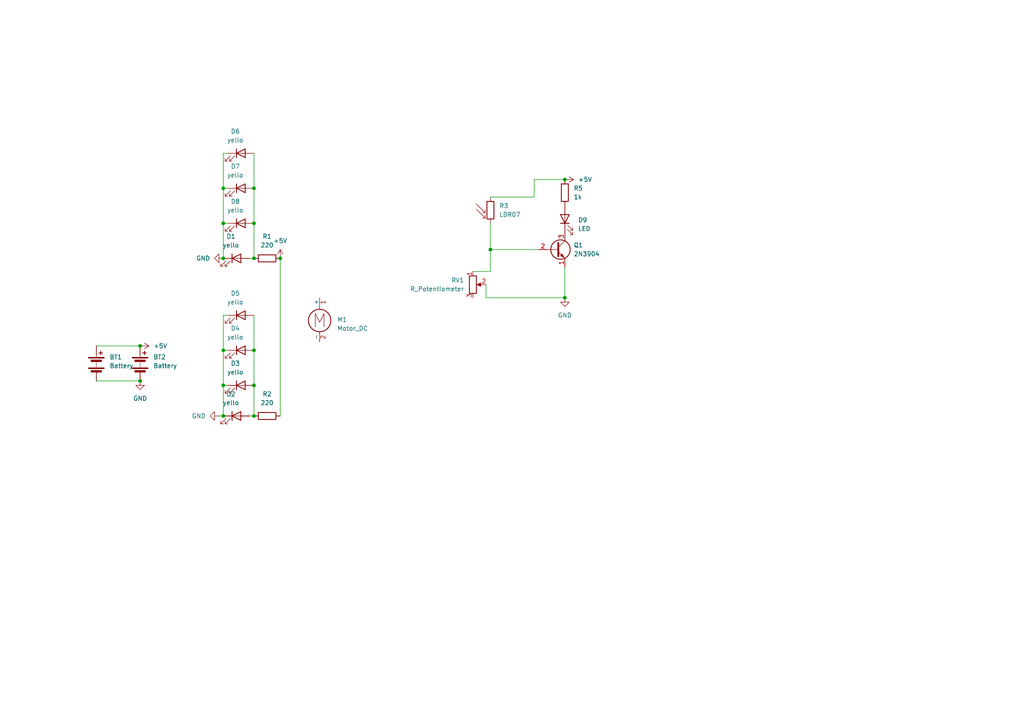
<source format=kicad_sch>
(kicad_sch
	(version 20250114)
	(generator "eeschema")
	(generator_version "9.0")
	(uuid "9803b34c-c492-49ae-98d0-2e4016f72ccd")
	(paper "A4")
	(lib_symbols
		(symbol "Device:Battery"
			(pin_numbers
				(hide yes)
			)
			(pin_names
				(offset 0)
				(hide yes)
			)
			(exclude_from_sim no)
			(in_bom yes)
			(on_board yes)
			(property "Reference" "BT"
				(at 2.54 2.54 0)
				(effects
					(font
						(size 1.27 1.27)
					)
					(justify left)
				)
			)
			(property "Value" "Battery"
				(at 2.54 0 0)
				(effects
					(font
						(size 1.27 1.27)
					)
					(justify left)
				)
			)
			(property "Footprint" ""
				(at 0 1.524 90)
				(effects
					(font
						(size 1.27 1.27)
					)
					(hide yes)
				)
			)
			(property "Datasheet" "~"
				(at 0 1.524 90)
				(effects
					(font
						(size 1.27 1.27)
					)
					(hide yes)
				)
			)
			(property "Description" "Multiple-cell battery"
				(at 0 0 0)
				(effects
					(font
						(size 1.27 1.27)
					)
					(hide yes)
				)
			)
			(property "ki_keywords" "batt voltage-source cell"
				(at 0 0 0)
				(effects
					(font
						(size 1.27 1.27)
					)
					(hide yes)
				)
			)
			(symbol "Battery_0_1"
				(rectangle
					(start -2.286 1.778)
					(end 2.286 1.524)
					(stroke
						(width 0)
						(type default)
					)
					(fill
						(type outline)
					)
				)
				(rectangle
					(start -2.286 -1.27)
					(end 2.286 -1.524)
					(stroke
						(width 0)
						(type default)
					)
					(fill
						(type outline)
					)
				)
				(rectangle
					(start -1.524 1.016)
					(end 1.524 0.508)
					(stroke
						(width 0)
						(type default)
					)
					(fill
						(type outline)
					)
				)
				(rectangle
					(start -1.524 -2.032)
					(end 1.524 -2.54)
					(stroke
						(width 0)
						(type default)
					)
					(fill
						(type outline)
					)
				)
				(polyline
					(pts
						(xy 0 1.778) (xy 0 2.54)
					)
					(stroke
						(width 0)
						(type default)
					)
					(fill
						(type none)
					)
				)
				(polyline
					(pts
						(xy 0 0) (xy 0 0.254)
					)
					(stroke
						(width 0)
						(type default)
					)
					(fill
						(type none)
					)
				)
				(polyline
					(pts
						(xy 0 -0.508) (xy 0 -0.254)
					)
					(stroke
						(width 0)
						(type default)
					)
					(fill
						(type none)
					)
				)
				(polyline
					(pts
						(xy 0 -1.016) (xy 0 -0.762)
					)
					(stroke
						(width 0)
						(type default)
					)
					(fill
						(type none)
					)
				)
				(polyline
					(pts
						(xy 0.762 3.048) (xy 1.778 3.048)
					)
					(stroke
						(width 0.254)
						(type default)
					)
					(fill
						(type none)
					)
				)
				(polyline
					(pts
						(xy 1.27 3.556) (xy 1.27 2.54)
					)
					(stroke
						(width 0.254)
						(type default)
					)
					(fill
						(type none)
					)
				)
			)
			(symbol "Battery_1_1"
				(pin passive line
					(at 0 5.08 270)
					(length 2.54)
					(name "+"
						(effects
							(font
								(size 1.27 1.27)
							)
						)
					)
					(number "1"
						(effects
							(font
								(size 1.27 1.27)
							)
						)
					)
				)
				(pin passive line
					(at 0 -5.08 90)
					(length 2.54)
					(name "-"
						(effects
							(font
								(size 1.27 1.27)
							)
						)
					)
					(number "2"
						(effects
							(font
								(size 1.27 1.27)
							)
						)
					)
				)
			)
			(embedded_fonts no)
		)
		(symbol "Device:LED"
			(pin_numbers
				(hide yes)
			)
			(pin_names
				(offset 1.016)
				(hide yes)
			)
			(exclude_from_sim no)
			(in_bom yes)
			(on_board yes)
			(property "Reference" "D"
				(at 0 2.54 0)
				(effects
					(font
						(size 1.27 1.27)
					)
				)
			)
			(property "Value" "LED"
				(at 0 -2.54 0)
				(effects
					(font
						(size 1.27 1.27)
					)
				)
			)
			(property "Footprint" ""
				(at 0 0 0)
				(effects
					(font
						(size 1.27 1.27)
					)
					(hide yes)
				)
			)
			(property "Datasheet" "~"
				(at 0 0 0)
				(effects
					(font
						(size 1.27 1.27)
					)
					(hide yes)
				)
			)
			(property "Description" "Light emitting diode"
				(at 0 0 0)
				(effects
					(font
						(size 1.27 1.27)
					)
					(hide yes)
				)
			)
			(property "Sim.Pins" "1=K 2=A"
				(at 0 0 0)
				(effects
					(font
						(size 1.27 1.27)
					)
					(hide yes)
				)
			)
			(property "ki_keywords" "LED diode"
				(at 0 0 0)
				(effects
					(font
						(size 1.27 1.27)
					)
					(hide yes)
				)
			)
			(property "ki_fp_filters" "LED* LED_SMD:* LED_THT:*"
				(at 0 0 0)
				(effects
					(font
						(size 1.27 1.27)
					)
					(hide yes)
				)
			)
			(symbol "LED_0_1"
				(polyline
					(pts
						(xy -3.048 -0.762) (xy -4.572 -2.286) (xy -3.81 -2.286) (xy -4.572 -2.286) (xy -4.572 -1.524)
					)
					(stroke
						(width 0)
						(type default)
					)
					(fill
						(type none)
					)
				)
				(polyline
					(pts
						(xy -1.778 -0.762) (xy -3.302 -2.286) (xy -2.54 -2.286) (xy -3.302 -2.286) (xy -3.302 -1.524)
					)
					(stroke
						(width 0)
						(type default)
					)
					(fill
						(type none)
					)
				)
				(polyline
					(pts
						(xy -1.27 0) (xy 1.27 0)
					)
					(stroke
						(width 0)
						(type default)
					)
					(fill
						(type none)
					)
				)
				(polyline
					(pts
						(xy -1.27 -1.27) (xy -1.27 1.27)
					)
					(stroke
						(width 0.254)
						(type default)
					)
					(fill
						(type none)
					)
				)
				(polyline
					(pts
						(xy 1.27 -1.27) (xy 1.27 1.27) (xy -1.27 0) (xy 1.27 -1.27)
					)
					(stroke
						(width 0.254)
						(type default)
					)
					(fill
						(type none)
					)
				)
			)
			(symbol "LED_1_1"
				(pin passive line
					(at -3.81 0 0)
					(length 2.54)
					(name "K"
						(effects
							(font
								(size 1.27 1.27)
							)
						)
					)
					(number "1"
						(effects
							(font
								(size 1.27 1.27)
							)
						)
					)
				)
				(pin passive line
					(at 3.81 0 180)
					(length 2.54)
					(name "A"
						(effects
							(font
								(size 1.27 1.27)
							)
						)
					)
					(number "2"
						(effects
							(font
								(size 1.27 1.27)
							)
						)
					)
				)
			)
			(embedded_fonts no)
		)
		(symbol "Device:R"
			(pin_numbers
				(hide yes)
			)
			(pin_names
				(offset 0)
			)
			(exclude_from_sim no)
			(in_bom yes)
			(on_board yes)
			(property "Reference" "R"
				(at 2.032 0 90)
				(effects
					(font
						(size 1.27 1.27)
					)
				)
			)
			(property "Value" "R"
				(at 0 0 90)
				(effects
					(font
						(size 1.27 1.27)
					)
				)
			)
			(property "Footprint" ""
				(at -1.778 0 90)
				(effects
					(font
						(size 1.27 1.27)
					)
					(hide yes)
				)
			)
			(property "Datasheet" "~"
				(at 0 0 0)
				(effects
					(font
						(size 1.27 1.27)
					)
					(hide yes)
				)
			)
			(property "Description" "Resistor"
				(at 0 0 0)
				(effects
					(font
						(size 1.27 1.27)
					)
					(hide yes)
				)
			)
			(property "ki_keywords" "R res resistor"
				(at 0 0 0)
				(effects
					(font
						(size 1.27 1.27)
					)
					(hide yes)
				)
			)
			(property "ki_fp_filters" "R_*"
				(at 0 0 0)
				(effects
					(font
						(size 1.27 1.27)
					)
					(hide yes)
				)
			)
			(symbol "R_0_1"
				(rectangle
					(start -1.016 -2.54)
					(end 1.016 2.54)
					(stroke
						(width 0.254)
						(type default)
					)
					(fill
						(type none)
					)
				)
			)
			(symbol "R_1_1"
				(pin passive line
					(at 0 3.81 270)
					(length 1.27)
					(name "~"
						(effects
							(font
								(size 1.27 1.27)
							)
						)
					)
					(number "1"
						(effects
							(font
								(size 1.27 1.27)
							)
						)
					)
				)
				(pin passive line
					(at 0 -3.81 90)
					(length 1.27)
					(name "~"
						(effects
							(font
								(size 1.27 1.27)
							)
						)
					)
					(number "2"
						(effects
							(font
								(size 1.27 1.27)
							)
						)
					)
				)
			)
			(embedded_fonts no)
		)
		(symbol "Device:R_Potentiometer"
			(pin_names
				(offset 1.016)
				(hide yes)
			)
			(exclude_from_sim no)
			(in_bom yes)
			(on_board yes)
			(property "Reference" "RV"
				(at -4.445 0 90)
				(effects
					(font
						(size 1.27 1.27)
					)
				)
			)
			(property "Value" "R_Potentiometer"
				(at -2.54 0 90)
				(effects
					(font
						(size 1.27 1.27)
					)
				)
			)
			(property "Footprint" ""
				(at 0 0 0)
				(effects
					(font
						(size 1.27 1.27)
					)
					(hide yes)
				)
			)
			(property "Datasheet" "~"
				(at 0 0 0)
				(effects
					(font
						(size 1.27 1.27)
					)
					(hide yes)
				)
			)
			(property "Description" "Potentiometer"
				(at 0 0 0)
				(effects
					(font
						(size 1.27 1.27)
					)
					(hide yes)
				)
			)
			(property "ki_keywords" "resistor variable"
				(at 0 0 0)
				(effects
					(font
						(size 1.27 1.27)
					)
					(hide yes)
				)
			)
			(property "ki_fp_filters" "Potentiometer*"
				(at 0 0 0)
				(effects
					(font
						(size 1.27 1.27)
					)
					(hide yes)
				)
			)
			(symbol "R_Potentiometer_0_1"
				(rectangle
					(start 1.016 2.54)
					(end -1.016 -2.54)
					(stroke
						(width 0.254)
						(type default)
					)
					(fill
						(type none)
					)
				)
				(polyline
					(pts
						(xy 1.143 0) (xy 2.286 0.508) (xy 2.286 -0.508) (xy 1.143 0)
					)
					(stroke
						(width 0)
						(type default)
					)
					(fill
						(type outline)
					)
				)
				(polyline
					(pts
						(xy 2.54 0) (xy 1.524 0)
					)
					(stroke
						(width 0)
						(type default)
					)
					(fill
						(type none)
					)
				)
			)
			(symbol "R_Potentiometer_1_1"
				(pin passive line
					(at 0 3.81 270)
					(length 1.27)
					(name "1"
						(effects
							(font
								(size 1.27 1.27)
							)
						)
					)
					(number "1"
						(effects
							(font
								(size 1.27 1.27)
							)
						)
					)
				)
				(pin passive line
					(at 0 -3.81 90)
					(length 1.27)
					(name "3"
						(effects
							(font
								(size 1.27 1.27)
							)
						)
					)
					(number "3"
						(effects
							(font
								(size 1.27 1.27)
							)
						)
					)
				)
				(pin passive line
					(at 3.81 0 180)
					(length 1.27)
					(name "2"
						(effects
							(font
								(size 1.27 1.27)
							)
						)
					)
					(number "2"
						(effects
							(font
								(size 1.27 1.27)
							)
						)
					)
				)
			)
			(embedded_fonts no)
		)
		(symbol "Motor:Motor_DC"
			(pin_names
				(offset 0)
			)
			(exclude_from_sim no)
			(in_bom yes)
			(on_board yes)
			(property "Reference" "M"
				(at 2.54 2.54 0)
				(effects
					(font
						(size 1.27 1.27)
					)
					(justify left)
				)
			)
			(property "Value" "Motor_DC"
				(at 2.54 -5.08 0)
				(effects
					(font
						(size 1.27 1.27)
					)
					(justify left top)
				)
			)
			(property "Footprint" ""
				(at 0 -2.286 0)
				(effects
					(font
						(size 1.27 1.27)
					)
					(hide yes)
				)
			)
			(property "Datasheet" "~"
				(at 0 -2.286 0)
				(effects
					(font
						(size 1.27 1.27)
					)
					(hide yes)
				)
			)
			(property "Description" "DC Motor"
				(at 0 0 0)
				(effects
					(font
						(size 1.27 1.27)
					)
					(hide yes)
				)
			)
			(property "ki_keywords" "DC Motor"
				(at 0 0 0)
				(effects
					(font
						(size 1.27 1.27)
					)
					(hide yes)
				)
			)
			(property "ki_fp_filters" "PinHeader*P2.54mm* TerminalBlock*"
				(at 0 0 0)
				(effects
					(font
						(size 1.27 1.27)
					)
					(hide yes)
				)
			)
			(symbol "Motor_DC_0_0"
				(polyline
					(pts
						(xy -1.27 -3.302) (xy -1.27 0.508) (xy 0 -2.032) (xy 1.27 0.508) (xy 1.27 -3.302)
					)
					(stroke
						(width 0)
						(type default)
					)
					(fill
						(type none)
					)
				)
			)
			(symbol "Motor_DC_0_1"
				(polyline
					(pts
						(xy 0 2.032) (xy 0 2.54)
					)
					(stroke
						(width 0)
						(type default)
					)
					(fill
						(type none)
					)
				)
				(polyline
					(pts
						(xy 0 1.7272) (xy 0 2.0828)
					)
					(stroke
						(width 0)
						(type default)
					)
					(fill
						(type none)
					)
				)
				(circle
					(center 0 -1.524)
					(radius 3.2512)
					(stroke
						(width 0.254)
						(type default)
					)
					(fill
						(type none)
					)
				)
				(polyline
					(pts
						(xy 0 -4.7752) (xy 0 -5.1816)
					)
					(stroke
						(width 0)
						(type default)
					)
					(fill
						(type none)
					)
				)
				(polyline
					(pts
						(xy 0 -7.62) (xy 0 -7.112)
					)
					(stroke
						(width 0)
						(type default)
					)
					(fill
						(type none)
					)
				)
			)
			(symbol "Motor_DC_1_1"
				(pin passive line
					(at 0 5.08 270)
					(length 2.54)
					(name "+"
						(effects
							(font
								(size 1.27 1.27)
							)
						)
					)
					(number "1"
						(effects
							(font
								(size 1.27 1.27)
							)
						)
					)
				)
				(pin passive line
					(at 0 -7.62 90)
					(length 2.54)
					(name "-"
						(effects
							(font
								(size 1.27 1.27)
							)
						)
					)
					(number "2"
						(effects
							(font
								(size 1.27 1.27)
							)
						)
					)
				)
			)
			(embedded_fonts no)
		)
		(symbol "Sensor_Optical:LDR07"
			(pin_numbers
				(hide yes)
			)
			(pin_names
				(offset 0)
			)
			(exclude_from_sim no)
			(in_bom yes)
			(on_board yes)
			(property "Reference" "R"
				(at -5.08 0 90)
				(effects
					(font
						(size 1.27 1.27)
					)
				)
			)
			(property "Value" "LDR07"
				(at 1.905 0 90)
				(effects
					(font
						(size 1.27 1.27)
					)
					(justify top)
				)
			)
			(property "Footprint" "OptoDevice:R_LDR_5.1x4.3mm_P3.4mm_Vertical"
				(at 4.445 0 90)
				(effects
					(font
						(size 1.27 1.27)
					)
					(hide yes)
				)
			)
			(property "Datasheet" "http://www.tme.eu/de/Document/f2e3ad76a925811312d226c31da4cd7e/LDR07.pdf"
				(at 0 -1.27 0)
				(effects
					(font
						(size 1.27 1.27)
					)
					(hide yes)
				)
			)
			(property "Description" "light dependent resistor"
				(at 0 0 0)
				(effects
					(font
						(size 1.27 1.27)
					)
					(hide yes)
				)
			)
			(property "ki_keywords" "light dependent photo resistor LDR"
				(at 0 0 0)
				(effects
					(font
						(size 1.27 1.27)
					)
					(hide yes)
				)
			)
			(property "ki_fp_filters" "R*LDR*5.1x4.3mm*P3.4mm*"
				(at 0 0 0)
				(effects
					(font
						(size 1.27 1.27)
					)
					(hide yes)
				)
			)
			(symbol "LDR07_0_1"
				(polyline
					(pts
						(xy -1.524 -0.762) (xy -4.064 1.778)
					)
					(stroke
						(width 0)
						(type default)
					)
					(fill
						(type none)
					)
				)
				(polyline
					(pts
						(xy -1.524 -0.762) (xy -2.286 -0.762)
					)
					(stroke
						(width 0)
						(type default)
					)
					(fill
						(type none)
					)
				)
				(polyline
					(pts
						(xy -1.524 -0.762) (xy -1.524 0)
					)
					(stroke
						(width 0)
						(type default)
					)
					(fill
						(type none)
					)
				)
				(polyline
					(pts
						(xy -1.524 -2.286) (xy -4.064 0.254)
					)
					(stroke
						(width 0)
						(type default)
					)
					(fill
						(type none)
					)
				)
				(polyline
					(pts
						(xy -1.524 -2.286) (xy -2.286 -2.286)
					)
					(stroke
						(width 0)
						(type default)
					)
					(fill
						(type none)
					)
				)
				(polyline
					(pts
						(xy -1.524 -2.286) (xy -1.524 -1.524)
					)
					(stroke
						(width 0)
						(type default)
					)
					(fill
						(type none)
					)
				)
				(rectangle
					(start -1.016 2.54)
					(end 1.016 -2.54)
					(stroke
						(width 0.254)
						(type default)
					)
					(fill
						(type none)
					)
				)
			)
			(symbol "LDR07_1_1"
				(pin passive line
					(at 0 3.81 270)
					(length 1.27)
					(name "~"
						(effects
							(font
								(size 1.27 1.27)
							)
						)
					)
					(number "1"
						(effects
							(font
								(size 1.27 1.27)
							)
						)
					)
				)
				(pin passive line
					(at 0 -3.81 90)
					(length 1.27)
					(name "~"
						(effects
							(font
								(size 1.27 1.27)
							)
						)
					)
					(number "2"
						(effects
							(font
								(size 1.27 1.27)
							)
						)
					)
				)
			)
			(embedded_fonts no)
		)
		(symbol "Transistor_BJT:2N3904"
			(pin_names
				(offset 0)
				(hide yes)
			)
			(exclude_from_sim no)
			(in_bom yes)
			(on_board yes)
			(property "Reference" "Q"
				(at 5.08 1.905 0)
				(effects
					(font
						(size 1.27 1.27)
					)
					(justify left)
				)
			)
			(property "Value" "2N3904"
				(at 5.08 0 0)
				(effects
					(font
						(size 1.27 1.27)
					)
					(justify left)
				)
			)
			(property "Footprint" "Package_TO_SOT_THT:TO-92_Inline"
				(at 5.08 -1.905 0)
				(effects
					(font
						(size 1.27 1.27)
						(italic yes)
					)
					(justify left)
					(hide yes)
				)
			)
			(property "Datasheet" "https://www.onsemi.com/pub/Collateral/2N3903-D.PDF"
				(at 0 0 0)
				(effects
					(font
						(size 1.27 1.27)
					)
					(justify left)
					(hide yes)
				)
			)
			(property "Description" "0.2A Ic, 40V Vce, Small Signal NPN Transistor, TO-92"
				(at 0 0 0)
				(effects
					(font
						(size 1.27 1.27)
					)
					(hide yes)
				)
			)
			(property "ki_keywords" "NPN Transistor"
				(at 0 0 0)
				(effects
					(font
						(size 1.27 1.27)
					)
					(hide yes)
				)
			)
			(property "ki_fp_filters" "TO?92*"
				(at 0 0 0)
				(effects
					(font
						(size 1.27 1.27)
					)
					(hide yes)
				)
			)
			(symbol "2N3904_0_1"
				(polyline
					(pts
						(xy -2.54 0) (xy 0.635 0)
					)
					(stroke
						(width 0)
						(type default)
					)
					(fill
						(type none)
					)
				)
				(polyline
					(pts
						(xy 0.635 1.905) (xy 0.635 -1.905)
					)
					(stroke
						(width 0.508)
						(type default)
					)
					(fill
						(type none)
					)
				)
				(circle
					(center 1.27 0)
					(radius 2.8194)
					(stroke
						(width 0.254)
						(type default)
					)
					(fill
						(type none)
					)
				)
			)
			(symbol "2N3904_1_1"
				(polyline
					(pts
						(xy 0.635 0.635) (xy 2.54 2.54)
					)
					(stroke
						(width 0)
						(type default)
					)
					(fill
						(type none)
					)
				)
				(polyline
					(pts
						(xy 0.635 -0.635) (xy 2.54 -2.54)
					)
					(stroke
						(width 0)
						(type default)
					)
					(fill
						(type none)
					)
				)
				(polyline
					(pts
						(xy 1.27 -1.778) (xy 1.778 -1.27) (xy 2.286 -2.286) (xy 1.27 -1.778)
					)
					(stroke
						(width 0)
						(type default)
					)
					(fill
						(type outline)
					)
				)
				(pin input line
					(at -5.08 0 0)
					(length 2.54)
					(name "B"
						(effects
							(font
								(size 1.27 1.27)
							)
						)
					)
					(number "2"
						(effects
							(font
								(size 1.27 1.27)
							)
						)
					)
				)
				(pin passive line
					(at 2.54 5.08 270)
					(length 2.54)
					(name "C"
						(effects
							(font
								(size 1.27 1.27)
							)
						)
					)
					(number "3"
						(effects
							(font
								(size 1.27 1.27)
							)
						)
					)
				)
				(pin passive line
					(at 2.54 -5.08 90)
					(length 2.54)
					(name "E"
						(effects
							(font
								(size 1.27 1.27)
							)
						)
					)
					(number "1"
						(effects
							(font
								(size 1.27 1.27)
							)
						)
					)
				)
			)
			(embedded_fonts no)
		)
		(symbol "power:+5V"
			(power)
			(pin_numbers
				(hide yes)
			)
			(pin_names
				(offset 0)
				(hide yes)
			)
			(exclude_from_sim no)
			(in_bom yes)
			(on_board yes)
			(property "Reference" "#PWR"
				(at 0 -3.81 0)
				(effects
					(font
						(size 1.27 1.27)
					)
					(hide yes)
				)
			)
			(property "Value" "+5V"
				(at 0 3.556 0)
				(effects
					(font
						(size 1.27 1.27)
					)
				)
			)
			(property "Footprint" ""
				(at 0 0 0)
				(effects
					(font
						(size 1.27 1.27)
					)
					(hide yes)
				)
			)
			(property "Datasheet" ""
				(at 0 0 0)
				(effects
					(font
						(size 1.27 1.27)
					)
					(hide yes)
				)
			)
			(property "Description" "Power symbol creates a global label with name \"+5V\""
				(at 0 0 0)
				(effects
					(font
						(size 1.27 1.27)
					)
					(hide yes)
				)
			)
			(property "ki_keywords" "global power"
				(at 0 0 0)
				(effects
					(font
						(size 1.27 1.27)
					)
					(hide yes)
				)
			)
			(symbol "+5V_0_1"
				(polyline
					(pts
						(xy -0.762 1.27) (xy 0 2.54)
					)
					(stroke
						(width 0)
						(type default)
					)
					(fill
						(type none)
					)
				)
				(polyline
					(pts
						(xy 0 2.54) (xy 0.762 1.27)
					)
					(stroke
						(width 0)
						(type default)
					)
					(fill
						(type none)
					)
				)
				(polyline
					(pts
						(xy 0 0) (xy 0 2.54)
					)
					(stroke
						(width 0)
						(type default)
					)
					(fill
						(type none)
					)
				)
			)
			(symbol "+5V_1_1"
				(pin power_in line
					(at 0 0 90)
					(length 0)
					(name "~"
						(effects
							(font
								(size 1.27 1.27)
							)
						)
					)
					(number "1"
						(effects
							(font
								(size 1.27 1.27)
							)
						)
					)
				)
			)
			(embedded_fonts no)
		)
		(symbol "power:GND"
			(power)
			(pin_numbers
				(hide yes)
			)
			(pin_names
				(offset 0)
				(hide yes)
			)
			(exclude_from_sim no)
			(in_bom yes)
			(on_board yes)
			(property "Reference" "#PWR"
				(at 0 -6.35 0)
				(effects
					(font
						(size 1.27 1.27)
					)
					(hide yes)
				)
			)
			(property "Value" "GND"
				(at 0 -3.81 0)
				(effects
					(font
						(size 1.27 1.27)
					)
				)
			)
			(property "Footprint" ""
				(at 0 0 0)
				(effects
					(font
						(size 1.27 1.27)
					)
					(hide yes)
				)
			)
			(property "Datasheet" ""
				(at 0 0 0)
				(effects
					(font
						(size 1.27 1.27)
					)
					(hide yes)
				)
			)
			(property "Description" "Power symbol creates a global label with name \"GND\" , ground"
				(at 0 0 0)
				(effects
					(font
						(size 1.27 1.27)
					)
					(hide yes)
				)
			)
			(property "ki_keywords" "global power"
				(at 0 0 0)
				(effects
					(font
						(size 1.27 1.27)
					)
					(hide yes)
				)
			)
			(symbol "GND_0_1"
				(polyline
					(pts
						(xy 0 0) (xy 0 -1.27) (xy 1.27 -1.27) (xy 0 -2.54) (xy -1.27 -1.27) (xy 0 -1.27)
					)
					(stroke
						(width 0)
						(type default)
					)
					(fill
						(type none)
					)
				)
			)
			(symbol "GND_1_1"
				(pin power_in line
					(at 0 0 270)
					(length 0)
					(name "~"
						(effects
							(font
								(size 1.27 1.27)
							)
						)
					)
					(number "1"
						(effects
							(font
								(size 1.27 1.27)
							)
						)
					)
				)
			)
			(embedded_fonts no)
		)
	)
	(junction
		(at 64.77 74.93)
		(diameter 0)
		(color 0 0 0 0)
		(uuid "09e15c8d-f7a4-489a-a7fe-25e49a4d7fcf")
	)
	(junction
		(at 64.77 64.77)
		(diameter 0)
		(color 0 0 0 0)
		(uuid "1556cc9c-d5da-4bb5-9a38-e99fd16768bb")
	)
	(junction
		(at 142.24 72.39)
		(diameter 0)
		(color 0 0 0 0)
		(uuid "2b6bdecd-88d2-49e4-87bb-a2e373f95fbc")
	)
	(junction
		(at 81.28 74.93)
		(diameter 0)
		(color 0 0 0 0)
		(uuid "38081360-bf69-4fd8-aa09-e52d6d394dbc")
	)
	(junction
		(at 73.66 64.77)
		(diameter 0)
		(color 0 0 0 0)
		(uuid "41e44b1d-7872-42fe-ae30-1cb147c5d332")
	)
	(junction
		(at 73.66 54.61)
		(diameter 0)
		(color 0 0 0 0)
		(uuid "42a5c5dd-99c5-4336-a8f8-6f7a50c04209")
	)
	(junction
		(at 73.66 101.6)
		(diameter 0)
		(color 0 0 0 0)
		(uuid "5c15ab15-c3ee-4c1a-b1ed-874b8bc36120")
	)
	(junction
		(at 73.66 111.76)
		(diameter 0)
		(color 0 0 0 0)
		(uuid "74c833fb-ebe4-4435-9050-81d45b1eb13f")
	)
	(junction
		(at 64.77 111.76)
		(diameter 0)
		(color 0 0 0 0)
		(uuid "784de78b-a0ff-43e2-8757-3299726d530f")
	)
	(junction
		(at 64.77 101.6)
		(diameter 0)
		(color 0 0 0 0)
		(uuid "971d0ef8-45d2-49a0-bad5-372bedf241c2")
	)
	(junction
		(at 40.64 100.33)
		(diameter 0)
		(color 0 0 0 0)
		(uuid "a3138595-a89e-4a3e-b53e-99be1d0a846e")
	)
	(junction
		(at 40.64 110.49)
		(diameter 0)
		(color 0 0 0 0)
		(uuid "bacd7e75-8f36-4c42-a367-c312d1d73ef5")
	)
	(junction
		(at 73.66 74.93)
		(diameter 0)
		(color 0 0 0 0)
		(uuid "d4a903b5-cb9d-4857-9616-db5cfe635e1b")
	)
	(junction
		(at 163.83 52.07)
		(diameter 0)
		(color 0 0 0 0)
		(uuid "ddf323d6-b4ef-427a-a021-8d14626aa0ac")
	)
	(junction
		(at 163.83 86.36)
		(diameter 0)
		(color 0 0 0 0)
		(uuid "e2de5eca-edaa-49a5-b89d-d6bc396020d9")
	)
	(junction
		(at 64.77 120.65)
		(diameter 0)
		(color 0 0 0 0)
		(uuid "e8c3fd89-ee15-4ef5-bd51-0788542e26b6")
	)
	(junction
		(at 64.77 54.61)
		(diameter 0)
		(color 0 0 0 0)
		(uuid "ef6d5ba5-f31e-4e53-a091-9c5d645e1a5c")
	)
	(junction
		(at 73.66 120.65)
		(diameter 0)
		(color 0 0 0 0)
		(uuid "f0f809c3-25f1-43cd-878b-8eb4fa64ecbb")
	)
	(wire
		(pts
			(xy 64.77 101.6) (xy 66.04 101.6)
		)
		(stroke
			(width 0)
			(type default)
		)
		(uuid "23b99254-0e0f-4c2d-a169-7eaa13cec68b")
	)
	(wire
		(pts
			(xy 163.83 86.36) (xy 163.83 77.47)
		)
		(stroke
			(width 0)
			(type default)
		)
		(uuid "24194103-607a-4623-b7e2-4c8c69d7a680")
	)
	(wire
		(pts
			(xy 73.66 101.6) (xy 73.66 111.76)
		)
		(stroke
			(width 0)
			(type default)
		)
		(uuid "39186139-5d85-4bd9-8305-5ee5461e250b")
	)
	(wire
		(pts
			(xy 64.77 91.44) (xy 64.77 101.6)
		)
		(stroke
			(width 0)
			(type default)
		)
		(uuid "3ab7dd59-c3b9-4a74-9bb0-ae1565c1ecd5")
	)
	(wire
		(pts
			(xy 63.5 120.65) (xy 64.77 120.65)
		)
		(stroke
			(width 0)
			(type default)
		)
		(uuid "46554aaa-ab1f-4014-b740-3509dd43d66f")
	)
	(wire
		(pts
			(xy 72.39 74.93) (xy 73.66 74.93)
		)
		(stroke
			(width 0)
			(type default)
		)
		(uuid "4c1120cc-7079-4b0e-9494-0abd3f406edb")
	)
	(wire
		(pts
			(xy 154.94 52.07) (xy 163.83 52.07)
		)
		(stroke
			(width 0)
			(type default)
		)
		(uuid "4f25ab96-c81c-4402-bb03-bf2c224e7cff")
	)
	(wire
		(pts
			(xy 72.39 120.65) (xy 73.66 120.65)
		)
		(stroke
			(width 0)
			(type default)
		)
		(uuid "4f466067-ff74-4f8f-887f-1ac32d5f5f30")
	)
	(wire
		(pts
			(xy 140.97 82.55) (xy 140.97 86.36)
		)
		(stroke
			(width 0)
			(type default)
		)
		(uuid "5284e78c-aefb-4203-a97d-12743aaae37e")
	)
	(wire
		(pts
			(xy 73.66 91.44) (xy 73.66 101.6)
		)
		(stroke
			(width 0)
			(type default)
		)
		(uuid "54e8ac47-625d-4592-a8fa-851efd9e4cfa")
	)
	(wire
		(pts
			(xy 73.66 64.77) (xy 73.66 74.93)
		)
		(stroke
			(width 0)
			(type default)
		)
		(uuid "550bc471-2164-48eb-97de-1674f70be00d")
	)
	(wire
		(pts
			(xy 64.77 91.44) (xy 66.04 91.44)
		)
		(stroke
			(width 0)
			(type default)
		)
		(uuid "5dd36c23-de3b-49f6-bd35-7c01a81fb0dd")
	)
	(wire
		(pts
			(xy 73.66 44.45) (xy 73.66 54.61)
		)
		(stroke
			(width 0)
			(type default)
		)
		(uuid "6929f908-fcbb-4712-a0c6-ec06a0e70b8d")
	)
	(wire
		(pts
			(xy 142.24 72.39) (xy 156.21 72.39)
		)
		(stroke
			(width 0)
			(type default)
		)
		(uuid "71ec2804-37d0-4aab-9909-d63815137ef1")
	)
	(wire
		(pts
			(xy 81.28 74.93) (xy 81.28 120.65)
		)
		(stroke
			(width 0)
			(type default)
		)
		(uuid "74ad9dc3-7826-4cee-85be-6a9627eb07eb")
	)
	(wire
		(pts
			(xy 64.77 54.61) (xy 66.04 54.61)
		)
		(stroke
			(width 0)
			(type default)
		)
		(uuid "783fc09a-8362-4866-9502-e1e817687009")
	)
	(wire
		(pts
			(xy 137.16 78.74) (xy 142.24 78.74)
		)
		(stroke
			(width 0)
			(type default)
		)
		(uuid "78fcaa16-1d3f-4459-85f7-9c0d1ecfa9d3")
	)
	(wire
		(pts
			(xy 154.94 57.15) (xy 154.94 52.07)
		)
		(stroke
			(width 0)
			(type default)
		)
		(uuid "7a499952-a475-48c7-9fbb-c7acc2b6811e")
	)
	(wire
		(pts
			(xy 64.77 101.6) (xy 64.77 111.76)
		)
		(stroke
			(width 0)
			(type default)
		)
		(uuid "7cc9b115-6945-4519-a9fb-0458b256c2ef")
	)
	(wire
		(pts
			(xy 140.97 86.36) (xy 163.83 86.36)
		)
		(stroke
			(width 0)
			(type default)
		)
		(uuid "852fb439-f4f3-4147-90a6-510c2617db7b")
	)
	(wire
		(pts
			(xy 64.77 44.45) (xy 64.77 54.61)
		)
		(stroke
			(width 0)
			(type default)
		)
		(uuid "8f9e18c3-d5dd-4954-981d-d9d70aec478a")
	)
	(wire
		(pts
			(xy 64.77 111.76) (xy 66.04 111.76)
		)
		(stroke
			(width 0)
			(type default)
		)
		(uuid "9bbff270-191a-4737-aadc-dcd30d30d4c3")
	)
	(wire
		(pts
			(xy 27.94 110.49) (xy 40.64 110.49)
		)
		(stroke
			(width 0)
			(type default)
		)
		(uuid "9f90ca70-d690-4399-b7e4-b3a3c719780e")
	)
	(wire
		(pts
			(xy 64.77 44.45) (xy 66.04 44.45)
		)
		(stroke
			(width 0)
			(type default)
		)
		(uuid "9fb778ae-652f-4b0b-8219-a97047ff1294")
	)
	(wire
		(pts
			(xy 27.94 100.33) (xy 40.64 100.33)
		)
		(stroke
			(width 0)
			(type default)
		)
		(uuid "b4ec3564-ccf4-4a11-852e-5908b23b2f47")
	)
	(wire
		(pts
			(xy 142.24 57.15) (xy 154.94 57.15)
		)
		(stroke
			(width 0)
			(type default)
		)
		(uuid "b5ade794-fde2-4316-8849-6fd17ff9c10c")
	)
	(wire
		(pts
			(xy 64.77 64.77) (xy 64.77 74.93)
		)
		(stroke
			(width 0)
			(type default)
		)
		(uuid "b8982867-bbd5-4c40-8095-49591da38922")
	)
	(wire
		(pts
			(xy 64.77 64.77) (xy 66.04 64.77)
		)
		(stroke
			(width 0)
			(type default)
		)
		(uuid "cdc780a7-06f6-47de-9e4c-65baa2b7d66d")
	)
	(wire
		(pts
			(xy 142.24 64.77) (xy 142.24 72.39)
		)
		(stroke
			(width 0)
			(type default)
		)
		(uuid "d1a1454f-5ef6-4b80-b7cb-bb10c6900e6c")
	)
	(wire
		(pts
			(xy 142.24 72.39) (xy 142.24 78.74)
		)
		(stroke
			(width 0)
			(type default)
		)
		(uuid "dabd63eb-c3e2-4bc5-9cac-0e3e1c2bb71f")
	)
	(wire
		(pts
			(xy 73.66 54.61) (xy 73.66 64.77)
		)
		(stroke
			(width 0)
			(type default)
		)
		(uuid "dce7a5ad-558d-4135-aa97-f2b86d2c0fd2")
	)
	(wire
		(pts
			(xy 73.66 111.76) (xy 73.66 120.65)
		)
		(stroke
			(width 0)
			(type default)
		)
		(uuid "ea6be468-747c-4d87-86f3-18959289cdf5")
	)
	(wire
		(pts
			(xy 64.77 120.65) (xy 64.77 111.76)
		)
		(stroke
			(width 0)
			(type default)
		)
		(uuid "ed2a83b2-65ad-4e11-8d4c-334a1a45b311")
	)
	(wire
		(pts
			(xy 64.77 54.61) (xy 64.77 64.77)
		)
		(stroke
			(width 0)
			(type default)
		)
		(uuid "fb7e4168-0d38-4f33-af85-1f0ba0f1052e")
	)
	(symbol
		(lib_id "power:GND")
		(at 163.83 86.36 0)
		(unit 1)
		(exclude_from_sim no)
		(in_bom yes)
		(on_board yes)
		(dnp no)
		(fields_autoplaced yes)
		(uuid "0cf21d38-44cb-4103-ad01-aafda2c423df")
		(property "Reference" "#PWR07"
			(at 163.83 92.71 0)
			(effects
				(font
					(size 1.27 1.27)
				)
				(hide yes)
			)
		)
		(property "Value" "GND"
			(at 163.83 91.44 0)
			(effects
				(font
					(size 1.27 1.27)
				)
			)
		)
		(property "Footprint" ""
			(at 163.83 86.36 0)
			(effects
				(font
					(size 1.27 1.27)
				)
				(hide yes)
			)
		)
		(property "Datasheet" ""
			(at 163.83 86.36 0)
			(effects
				(font
					(size 1.27 1.27)
				)
				(hide yes)
			)
		)
		(property "Description" "Power symbol creates a global label with name \"GND\" , ground"
			(at 163.83 86.36 0)
			(effects
				(font
					(size 1.27 1.27)
				)
				(hide yes)
			)
		)
		(pin "1"
			(uuid "c33023b5-938b-4358-8969-5d860910cdd8")
		)
		(instances
			(project "solder"
				(path "/9803b34c-c492-49ae-98d0-2e4016f72ccd"
					(reference "#PWR07")
					(unit 1)
				)
			)
		)
	)
	(symbol
		(lib_id "Device:LED")
		(at 68.58 120.65 0)
		(unit 1)
		(exclude_from_sim no)
		(in_bom yes)
		(on_board yes)
		(dnp no)
		(fields_autoplaced yes)
		(uuid "0f0834a4-e249-4d17-962e-2ba36efe36b4")
		(property "Reference" "D2"
			(at 66.9925 114.3 0)
			(effects
				(font
					(size 1.27 1.27)
				)
			)
		)
		(property "Value" "yello"
			(at 66.9925 116.84 0)
			(effects
				(font
					(size 1.27 1.27)
				)
			)
		)
		(property "Footprint" "LED_SMD:LED_0805_2012Metric_Pad1.15x1.40mm_HandSolder"
			(at 68.58 120.65 0)
			(effects
				(font
					(size 1.27 1.27)
				)
				(hide yes)
			)
		)
		(property "Datasheet" "~"
			(at 68.58 120.65 0)
			(effects
				(font
					(size 1.27 1.27)
				)
				(hide yes)
			)
		)
		(property "Description" "Light emitting diode"
			(at 68.58 120.65 0)
			(effects
				(font
					(size 1.27 1.27)
				)
				(hide yes)
			)
		)
		(property "Sim.Pins" "1=K 2=A"
			(at 68.58 120.65 0)
			(effects
				(font
					(size 1.27 1.27)
				)
				(hide yes)
			)
		)
		(pin "2"
			(uuid "820c05e7-8127-4f54-bad3-57a72897b5e0")
		)
		(pin "1"
			(uuid "358ee85a-2af8-48ed-b788-9bb19f5d773a")
		)
		(instances
			(project "solder"
				(path "/9803b34c-c492-49ae-98d0-2e4016f72ccd"
					(reference "D2")
					(unit 1)
				)
			)
		)
	)
	(symbol
		(lib_id "power:GND")
		(at 63.5 120.65 270)
		(unit 1)
		(exclude_from_sim no)
		(in_bom yes)
		(on_board yes)
		(dnp no)
		(fields_autoplaced yes)
		(uuid "230f0734-c5a8-4df0-9c01-c9a37c187b1f")
		(property "Reference" "#PWR02"
			(at 57.15 120.65 0)
			(effects
				(font
					(size 1.27 1.27)
				)
				(hide yes)
			)
		)
		(property "Value" "GND"
			(at 59.69 120.6499 90)
			(effects
				(font
					(size 1.27 1.27)
				)
				(justify right)
			)
		)
		(property "Footprint" ""
			(at 63.5 120.65 0)
			(effects
				(font
					(size 1.27 1.27)
				)
				(hide yes)
			)
		)
		(property "Datasheet" ""
			(at 63.5 120.65 0)
			(effects
				(font
					(size 1.27 1.27)
				)
				(hide yes)
			)
		)
		(property "Description" "Power symbol creates a global label with name \"GND\" , ground"
			(at 63.5 120.65 0)
			(effects
				(font
					(size 1.27 1.27)
				)
				(hide yes)
			)
		)
		(pin "1"
			(uuid "668056fb-92bf-432d-86f9-1e4812a29f40")
		)
		(instances
			(project "solder"
				(path "/9803b34c-c492-49ae-98d0-2e4016f72ccd"
					(reference "#PWR02")
					(unit 1)
				)
			)
		)
	)
	(symbol
		(lib_id "Device:LED")
		(at 69.85 101.6 0)
		(unit 1)
		(exclude_from_sim no)
		(in_bom yes)
		(on_board yes)
		(dnp no)
		(fields_autoplaced yes)
		(uuid "31dd818c-72f9-4937-959d-b1a0169f23ec")
		(property "Reference" "D4"
			(at 68.2625 95.25 0)
			(effects
				(font
					(size 1.27 1.27)
				)
			)
		)
		(property "Value" "yello"
			(at 68.2625 97.79 0)
			(effects
				(font
					(size 1.27 1.27)
				)
			)
		)
		(property "Footprint" "LED_SMD:LED_0805_2012Metric_Pad1.15x1.40mm_HandSolder"
			(at 69.85 101.6 0)
			(effects
				(font
					(size 1.27 1.27)
				)
				(hide yes)
			)
		)
		(property "Datasheet" "~"
			(at 69.85 101.6 0)
			(effects
				(font
					(size 1.27 1.27)
				)
				(hide yes)
			)
		)
		(property "Description" "Light emitting diode"
			(at 69.85 101.6 0)
			(effects
				(font
					(size 1.27 1.27)
				)
				(hide yes)
			)
		)
		(property "Sim.Pins" "1=K 2=A"
			(at 69.85 101.6 0)
			(effects
				(font
					(size 1.27 1.27)
				)
				(hide yes)
			)
		)
		(pin "2"
			(uuid "0efc146d-9d92-4d2b-9fad-f3d1935b83b6")
		)
		(pin "1"
			(uuid "69188963-7c26-4088-9e76-b6d66aad7b61")
		)
		(instances
			(project "solder"
				(path "/9803b34c-c492-49ae-98d0-2e4016f72ccd"
					(reference "D4")
					(unit 1)
				)
			)
		)
	)
	(symbol
		(lib_id "Device:LED")
		(at 69.85 91.44 0)
		(unit 1)
		(exclude_from_sim no)
		(in_bom yes)
		(on_board yes)
		(dnp no)
		(fields_autoplaced yes)
		(uuid "44718967-58f5-4458-8936-e33f57a68f2d")
		(property "Reference" "D5"
			(at 68.2625 85.09 0)
			(effects
				(font
					(size 1.27 1.27)
				)
			)
		)
		(property "Value" "yello"
			(at 68.2625 87.63 0)
			(effects
				(font
					(size 1.27 1.27)
				)
			)
		)
		(property "Footprint" "LED_SMD:LED_0805_2012Metric_Pad1.15x1.40mm_HandSolder"
			(at 69.85 91.44 0)
			(effects
				(font
					(size 1.27 1.27)
				)
				(hide yes)
			)
		)
		(property "Datasheet" "~"
			(at 69.85 91.44 0)
			(effects
				(font
					(size 1.27 1.27)
				)
				(hide yes)
			)
		)
		(property "Description" "Light emitting diode"
			(at 69.85 91.44 0)
			(effects
				(font
					(size 1.27 1.27)
				)
				(hide yes)
			)
		)
		(property "Sim.Pins" "1=K 2=A"
			(at 69.85 91.44 0)
			(effects
				(font
					(size 1.27 1.27)
				)
				(hide yes)
			)
		)
		(pin "2"
			(uuid "21df6933-b1fc-424b-bc24-1ea1bf3cb46f")
		)
		(pin "1"
			(uuid "5d103761-c1ec-4a01-ad2f-e221a10a5d15")
		)
		(instances
			(project "solder"
				(path "/9803b34c-c492-49ae-98d0-2e4016f72ccd"
					(reference "D5")
					(unit 1)
				)
			)
		)
	)
	(symbol
		(lib_id "Device:Battery")
		(at 27.94 105.41 0)
		(unit 1)
		(exclude_from_sim no)
		(in_bom yes)
		(on_board yes)
		(dnp no)
		(fields_autoplaced yes)
		(uuid "4a50b7b0-7987-4625-b706-26e913374dee")
		(property "Reference" "BT1"
			(at 31.75 103.5684 0)
			(effects
				(font
					(size 1.27 1.27)
				)
				(justify left)
			)
		)
		(property "Value" "Battery"
			(at 31.75 106.1084 0)
			(effects
				(font
					(size 1.27 1.27)
				)
				(justify left)
			)
		)
		(property "Footprint" "Battery:BatteryHolder_Keystone_1060_1x2032"
			(at 27.94 103.886 90)
			(effects
				(font
					(size 1.27 1.27)
				)
				(hide yes)
			)
		)
		(property "Datasheet" "~"
			(at 27.94 103.886 90)
			(effects
				(font
					(size 1.27 1.27)
				)
				(hide yes)
			)
		)
		(property "Description" "Multiple-cell battery"
			(at 27.94 105.41 0)
			(effects
				(font
					(size 1.27 1.27)
				)
				(hide yes)
			)
		)
		(pin "1"
			(uuid "636eedab-a5cb-4114-8998-fcd44ec2b51a")
		)
		(pin "2"
			(uuid "a8c4ad72-8a01-434f-91ad-bf406d01cb22")
		)
		(instances
			(project ""
				(path "/9803b34c-c492-49ae-98d0-2e4016f72ccd"
					(reference "BT1")
					(unit 1)
				)
			)
		)
	)
	(symbol
		(lib_id "Device:Battery")
		(at 40.64 105.41 0)
		(unit 1)
		(exclude_from_sim no)
		(in_bom yes)
		(on_board yes)
		(dnp no)
		(fields_autoplaced yes)
		(uuid "565ab365-7092-4797-b9ab-8c39a84972e9")
		(property "Reference" "BT2"
			(at 44.45 103.5684 0)
			(effects
				(font
					(size 1.27 1.27)
				)
				(justify left)
			)
		)
		(property "Value" "Battery"
			(at 44.45 106.1084 0)
			(effects
				(font
					(size 1.27 1.27)
				)
				(justify left)
			)
		)
		(property "Footprint" "Battery:BatteryHolder_Keystone_1060_1x2032"
			(at 40.64 103.886 90)
			(effects
				(font
					(size 1.27 1.27)
				)
				(hide yes)
			)
		)
		(property "Datasheet" "~"
			(at 40.64 103.886 90)
			(effects
				(font
					(size 1.27 1.27)
				)
				(hide yes)
			)
		)
		(property "Description" "Multiple-cell battery"
			(at 40.64 105.41 0)
			(effects
				(font
					(size 1.27 1.27)
				)
				(hide yes)
			)
		)
		(pin "1"
			(uuid "8cfa79ad-3466-4fd8-a026-1959467d2c8e")
		)
		(pin "2"
			(uuid "32ff94fa-513b-46b7-8113-eb6af2ba1a8d")
		)
		(instances
			(project "solder"
				(path "/9803b34c-c492-49ae-98d0-2e4016f72ccd"
					(reference "BT2")
					(unit 1)
				)
			)
		)
	)
	(symbol
		(lib_id "Device:LED")
		(at 69.85 111.76 0)
		(unit 1)
		(exclude_from_sim no)
		(in_bom yes)
		(on_board yes)
		(dnp no)
		(fields_autoplaced yes)
		(uuid "6011c730-92c9-452d-a1fb-8771ac351a56")
		(property "Reference" "D3"
			(at 68.2625 105.41 0)
			(effects
				(font
					(size 1.27 1.27)
				)
			)
		)
		(property "Value" "yello"
			(at 68.2625 107.95 0)
			(effects
				(font
					(size 1.27 1.27)
				)
			)
		)
		(property "Footprint" "LED_SMD:LED_0805_2012Metric_Pad1.15x1.40mm_HandSolder"
			(at 69.85 111.76 0)
			(effects
				(font
					(size 1.27 1.27)
				)
				(hide yes)
			)
		)
		(property "Datasheet" "~"
			(at 69.85 111.76 0)
			(effects
				(font
					(size 1.27 1.27)
				)
				(hide yes)
			)
		)
		(property "Description" "Light emitting diode"
			(at 69.85 111.76 0)
			(effects
				(font
					(size 1.27 1.27)
				)
				(hide yes)
			)
		)
		(property "Sim.Pins" "1=K 2=A"
			(at 69.85 111.76 0)
			(effects
				(font
					(size 1.27 1.27)
				)
				(hide yes)
			)
		)
		(pin "2"
			(uuid "4281d153-56f6-40f7-aea7-729fe3252d2e")
		)
		(pin "1"
			(uuid "d7f7bf53-72de-4a63-9b4f-4f2eeaf1ecaf")
		)
		(instances
			(project "solder"
				(path "/9803b34c-c492-49ae-98d0-2e4016f72ccd"
					(reference "D3")
					(unit 1)
				)
			)
		)
	)
	(symbol
		(lib_id "power:+5V")
		(at 40.64 100.33 270)
		(unit 1)
		(exclude_from_sim no)
		(in_bom yes)
		(on_board yes)
		(dnp no)
		(fields_autoplaced yes)
		(uuid "65e850a2-c395-45f9-924c-3bc93fa36482")
		(property "Reference" "#PWR05"
			(at 36.83 100.33 0)
			(effects
				(font
					(size 1.27 1.27)
				)
				(hide yes)
			)
		)
		(property "Value" "+5V"
			(at 44.45 100.3299 90)
			(effects
				(font
					(size 1.27 1.27)
				)
				(justify left)
			)
		)
		(property "Footprint" ""
			(at 40.64 100.33 0)
			(effects
				(font
					(size 1.27 1.27)
				)
				(hide yes)
			)
		)
		(property "Datasheet" ""
			(at 40.64 100.33 0)
			(effects
				(font
					(size 1.27 1.27)
				)
				(hide yes)
			)
		)
		(property "Description" "Power symbol creates a global label with name \"+5V\""
			(at 40.64 100.33 0)
			(effects
				(font
					(size 1.27 1.27)
				)
				(hide yes)
			)
		)
		(pin "1"
			(uuid "ded7fab5-fad9-439b-81bb-ac9fbad8eac2")
		)
		(instances
			(project "solder"
				(path "/9803b34c-c492-49ae-98d0-2e4016f72ccd"
					(reference "#PWR05")
					(unit 1)
				)
			)
		)
	)
	(symbol
		(lib_id "power:+5V")
		(at 163.83 52.07 270)
		(unit 1)
		(exclude_from_sim no)
		(in_bom yes)
		(on_board yes)
		(dnp no)
		(fields_autoplaced yes)
		(uuid "6eccb058-363e-4cc8-bec6-b8932ad152c7")
		(property "Reference" "#PWR06"
			(at 160.02 52.07 0)
			(effects
				(font
					(size 1.27 1.27)
				)
				(hide yes)
			)
		)
		(property "Value" "+5V"
			(at 167.64 52.0699 90)
			(effects
				(font
					(size 1.27 1.27)
				)
				(justify left)
			)
		)
		(property "Footprint" ""
			(at 163.83 52.07 0)
			(effects
				(font
					(size 1.27 1.27)
				)
				(hide yes)
			)
		)
		(property "Datasheet" ""
			(at 163.83 52.07 0)
			(effects
				(font
					(size 1.27 1.27)
				)
				(hide yes)
			)
		)
		(property "Description" "Power symbol creates a global label with name \"+5V\""
			(at 163.83 52.07 0)
			(effects
				(font
					(size 1.27 1.27)
				)
				(hide yes)
			)
		)
		(pin "1"
			(uuid "999b0d64-afea-4c79-bb12-f356c5db6fcd")
		)
		(instances
			(project "solder"
				(path "/9803b34c-c492-49ae-98d0-2e4016f72ccd"
					(reference "#PWR06")
					(unit 1)
				)
			)
		)
	)
	(symbol
		(lib_id "Device:LED")
		(at 69.85 54.61 0)
		(unit 1)
		(exclude_from_sim no)
		(in_bom yes)
		(on_board yes)
		(dnp no)
		(fields_autoplaced yes)
		(uuid "7adb3ca5-1c20-45d2-84e7-cf46a1dd69ab")
		(property "Reference" "D7"
			(at 68.2625 48.26 0)
			(effects
				(font
					(size 1.27 1.27)
				)
			)
		)
		(property "Value" "yello"
			(at 68.2625 50.8 0)
			(effects
				(font
					(size 1.27 1.27)
				)
			)
		)
		(property "Footprint" "LED_SMD:LED_0805_2012Metric_Pad1.15x1.40mm_HandSolder"
			(at 69.85 54.61 0)
			(effects
				(font
					(size 1.27 1.27)
				)
				(hide yes)
			)
		)
		(property "Datasheet" "~"
			(at 69.85 54.61 0)
			(effects
				(font
					(size 1.27 1.27)
				)
				(hide yes)
			)
		)
		(property "Description" "Light emitting diode"
			(at 69.85 54.61 0)
			(effects
				(font
					(size 1.27 1.27)
				)
				(hide yes)
			)
		)
		(property "Sim.Pins" "1=K 2=A"
			(at 69.85 54.61 0)
			(effects
				(font
					(size 1.27 1.27)
				)
				(hide yes)
			)
		)
		(pin "2"
			(uuid "0213fd5c-451c-4a7f-bc9d-f4888df3f78b")
		)
		(pin "1"
			(uuid "1b4a90c7-e77b-44a7-9fef-330a0f2f5443")
		)
		(instances
			(project "solder"
				(path "/9803b34c-c492-49ae-98d0-2e4016f72ccd"
					(reference "D7")
					(unit 1)
				)
			)
		)
	)
	(symbol
		(lib_id "Device:R")
		(at 77.47 120.65 90)
		(unit 1)
		(exclude_from_sim no)
		(in_bom yes)
		(on_board yes)
		(dnp no)
		(fields_autoplaced yes)
		(uuid "83460dac-0885-4f19-acb2-211cd674e00b")
		(property "Reference" "R2"
			(at 77.47 114.3 90)
			(effects
				(font
					(size 1.27 1.27)
				)
			)
		)
		(property "Value" "220"
			(at 77.47 116.84 90)
			(effects
				(font
					(size 1.27 1.27)
				)
			)
		)
		(property "Footprint" "Capacitor_SMD:C_0805_2012Metric_Pad1.18x1.45mm_HandSolder"
			(at 77.47 122.428 90)
			(effects
				(font
					(size 1.27 1.27)
				)
				(hide yes)
			)
		)
		(property "Datasheet" "~"
			(at 77.47 120.65 0)
			(effects
				(font
					(size 1.27 1.27)
				)
				(hide yes)
			)
		)
		(property "Description" "Resistor"
			(at 77.47 120.65 0)
			(effects
				(font
					(size 1.27 1.27)
				)
				(hide yes)
			)
		)
		(pin "1"
			(uuid "907fd2b6-9da6-45e3-836b-84a6c0d02c67")
		)
		(pin "2"
			(uuid "6662d210-ff56-4e82-ac63-e2d4ce1ca4e6")
		)
		(instances
			(project "solder"
				(path "/9803b34c-c492-49ae-98d0-2e4016f72ccd"
					(reference "R2")
					(unit 1)
				)
			)
		)
	)
	(symbol
		(lib_id "Device:R")
		(at 77.47 74.93 90)
		(unit 1)
		(exclude_from_sim no)
		(in_bom yes)
		(on_board yes)
		(dnp no)
		(fields_autoplaced yes)
		(uuid "94028444-62bd-4fe6-ab19-27fc4ffdb7fe")
		(property "Reference" "R1"
			(at 77.47 68.58 90)
			(effects
				(font
					(size 1.27 1.27)
				)
			)
		)
		(property "Value" "220"
			(at 77.47 71.12 90)
			(effects
				(font
					(size 1.27 1.27)
				)
			)
		)
		(property "Footprint" "Capacitor_SMD:C_0805_2012Metric_Pad1.18x1.45mm_HandSolder"
			(at 77.47 76.708 90)
			(effects
				(font
					(size 1.27 1.27)
				)
				(hide yes)
			)
		)
		(property "Datasheet" "~"
			(at 77.47 74.93 0)
			(effects
				(font
					(size 1.27 1.27)
				)
				(hide yes)
			)
		)
		(property "Description" "Resistor"
			(at 77.47 74.93 0)
			(effects
				(font
					(size 1.27 1.27)
				)
				(hide yes)
			)
		)
		(pin "1"
			(uuid "805eaab7-46c6-4d43-9ce8-30ea41fe5341")
		)
		(pin "2"
			(uuid "6321b935-6941-464d-8326-03ab499d99b0")
		)
		(instances
			(project ""
				(path "/9803b34c-c492-49ae-98d0-2e4016f72ccd"
					(reference "R1")
					(unit 1)
				)
			)
		)
	)
	(symbol
		(lib_id "Device:LED")
		(at 69.85 44.45 0)
		(unit 1)
		(exclude_from_sim no)
		(in_bom yes)
		(on_board yes)
		(dnp no)
		(fields_autoplaced yes)
		(uuid "95732dd7-ee1b-45a1-abb1-6c41c15c2af1")
		(property "Reference" "D6"
			(at 68.2625 38.1 0)
			(effects
				(font
					(size 1.27 1.27)
				)
			)
		)
		(property "Value" "yello"
			(at 68.2625 40.64 0)
			(effects
				(font
					(size 1.27 1.27)
				)
			)
		)
		(property "Footprint" "LED_SMD:LED_0805_2012Metric_Pad1.15x1.40mm_HandSolder"
			(at 69.85 44.45 0)
			(effects
				(font
					(size 1.27 1.27)
				)
				(hide yes)
			)
		)
		(property "Datasheet" "~"
			(at 69.85 44.45 0)
			(effects
				(font
					(size 1.27 1.27)
				)
				(hide yes)
			)
		)
		(property "Description" "Light emitting diode"
			(at 69.85 44.45 0)
			(effects
				(font
					(size 1.27 1.27)
				)
				(hide yes)
			)
		)
		(property "Sim.Pins" "1=K 2=A"
			(at 69.85 44.45 0)
			(effects
				(font
					(size 1.27 1.27)
				)
				(hide yes)
			)
		)
		(pin "2"
			(uuid "173f5481-36d2-4ff5-9d8f-af78b948642a")
		)
		(pin "1"
			(uuid "1e50472e-c997-4849-b7ad-fb63da37b52b")
		)
		(instances
			(project "solder"
				(path "/9803b34c-c492-49ae-98d0-2e4016f72ccd"
					(reference "D6")
					(unit 1)
				)
			)
		)
	)
	(symbol
		(lib_id "power:GND")
		(at 40.64 110.49 0)
		(unit 1)
		(exclude_from_sim no)
		(in_bom yes)
		(on_board yes)
		(dnp no)
		(fields_autoplaced yes)
		(uuid "a5016b06-1429-4320-a9a0-a4116eaeb1c0")
		(property "Reference" "#PWR04"
			(at 40.64 116.84 0)
			(effects
				(font
					(size 1.27 1.27)
				)
				(hide yes)
			)
		)
		(property "Value" "GND"
			(at 40.64 115.57 0)
			(effects
				(font
					(size 1.27 1.27)
				)
			)
		)
		(property "Footprint" ""
			(at 40.64 110.49 0)
			(effects
				(font
					(size 1.27 1.27)
				)
				(hide yes)
			)
		)
		(property "Datasheet" ""
			(at 40.64 110.49 0)
			(effects
				(font
					(size 1.27 1.27)
				)
				(hide yes)
			)
		)
		(property "Description" "Power symbol creates a global label with name \"GND\" , ground"
			(at 40.64 110.49 0)
			(effects
				(font
					(size 1.27 1.27)
				)
				(hide yes)
			)
		)
		(pin "1"
			(uuid "9f6e44eb-8d46-405d-b353-1e68319532ed")
		)
		(instances
			(project "solder"
				(path "/9803b34c-c492-49ae-98d0-2e4016f72ccd"
					(reference "#PWR04")
					(unit 1)
				)
			)
		)
	)
	(symbol
		(lib_id "Device:R_Potentiometer")
		(at 137.16 82.55 0)
		(unit 1)
		(exclude_from_sim no)
		(in_bom yes)
		(on_board yes)
		(dnp no)
		(fields_autoplaced yes)
		(uuid "a7061ea3-8f70-4c06-a13e-45926812b86e")
		(property "Reference" "RV1"
			(at 134.62 81.2799 0)
			(effects
				(font
					(size 1.27 1.27)
				)
				(justify right)
			)
		)
		(property "Value" "R_Potentiometer"
			(at 134.62 83.8199 0)
			(effects
				(font
					(size 1.27 1.27)
				)
				(justify right)
			)
		)
		(property "Footprint" "Potentiometer_THT:Potentiometer_ACP_CA9-H5_Horizontal"
			(at 137.16 82.55 0)
			(effects
				(font
					(size 1.27 1.27)
				)
				(hide yes)
			)
		)
		(property "Datasheet" "~"
			(at 137.16 82.55 0)
			(effects
				(font
					(size 1.27 1.27)
				)
				(hide yes)
			)
		)
		(property "Description" "Potentiometer"
			(at 137.16 82.55 0)
			(effects
				(font
					(size 1.27 1.27)
				)
				(hide yes)
			)
		)
		(pin "3"
			(uuid "852a0d7d-3a65-4e8e-8fea-95337d192a0c")
		)
		(pin "2"
			(uuid "ebb08101-bf60-44c6-a0ac-7105b7278f12")
		)
		(pin "1"
			(uuid "0c6dcdf3-baea-44a0-95b5-953dda09641c")
		)
		(instances
			(project ""
				(path "/9803b34c-c492-49ae-98d0-2e4016f72ccd"
					(reference "RV1")
					(unit 1)
				)
			)
		)
	)
	(symbol
		(lib_id "Device:R")
		(at 163.83 55.88 0)
		(unit 1)
		(exclude_from_sim no)
		(in_bom yes)
		(on_board yes)
		(dnp no)
		(fields_autoplaced yes)
		(uuid "a883e4a0-e896-4d06-a7d2-ea1a1403c121")
		(property "Reference" "R5"
			(at 166.37 54.6099 0)
			(effects
				(font
					(size 1.27 1.27)
				)
				(justify left)
			)
		)
		(property "Value" "1k"
			(at 166.37 57.1499 0)
			(effects
				(font
					(size 1.27 1.27)
				)
				(justify left)
			)
		)
		(property "Footprint" "Resistor_THT:R_Axial_DIN0207_L6.3mm_D2.5mm_P7.62mm_Horizontal"
			(at 162.052 55.88 90)
			(effects
				(font
					(size 1.27 1.27)
				)
				(hide yes)
			)
		)
		(property "Datasheet" "~"
			(at 163.83 55.88 0)
			(effects
				(font
					(size 1.27 1.27)
				)
				(hide yes)
			)
		)
		(property "Description" "Resistor"
			(at 163.83 55.88 0)
			(effects
				(font
					(size 1.27 1.27)
				)
				(hide yes)
			)
		)
		(pin "1"
			(uuid "d63cedd0-ac12-4823-9606-ce639cdf7b7f")
		)
		(pin "2"
			(uuid "07c93f54-06b3-4ae4-b14c-ecbb72393be7")
		)
		(instances
			(project "solder"
				(path "/9803b34c-c492-49ae-98d0-2e4016f72ccd"
					(reference "R5")
					(unit 1)
				)
			)
		)
	)
	(symbol
		(lib_id "Device:LED")
		(at 68.58 74.93 0)
		(unit 1)
		(exclude_from_sim no)
		(in_bom yes)
		(on_board yes)
		(dnp no)
		(fields_autoplaced yes)
		(uuid "b1a54d7d-1022-44b2-b28c-1d044d63efd8")
		(property "Reference" "D1"
			(at 66.9925 68.58 0)
			(effects
				(font
					(size 1.27 1.27)
				)
			)
		)
		(property "Value" "yello"
			(at 66.9925 71.12 0)
			(effects
				(font
					(size 1.27 1.27)
				)
			)
		)
		(property "Footprint" "LED_SMD:LED_0805_2012Metric_Pad1.15x1.40mm_HandSolder"
			(at 68.58 74.93 0)
			(effects
				(font
					(size 1.27 1.27)
				)
				(hide yes)
			)
		)
		(property "Datasheet" "~"
			(at 68.58 74.93 0)
			(effects
				(font
					(size 1.27 1.27)
				)
				(hide yes)
			)
		)
		(property "Description" "Light emitting diode"
			(at 68.58 74.93 0)
			(effects
				(font
					(size 1.27 1.27)
				)
				(hide yes)
			)
		)
		(property "Sim.Pins" "1=K 2=A"
			(at 68.58 74.93 0)
			(effects
				(font
					(size 1.27 1.27)
				)
				(hide yes)
			)
		)
		(pin "2"
			(uuid "a2a97946-a1b9-4551-9181-45c9d342991c")
		)
		(pin "1"
			(uuid "cff59540-1eef-4f8e-bf62-143237f7cbc5")
		)
		(instances
			(project ""
				(path "/9803b34c-c492-49ae-98d0-2e4016f72ccd"
					(reference "D1")
					(unit 1)
				)
			)
		)
	)
	(symbol
		(lib_id "Device:LED")
		(at 69.85 64.77 0)
		(unit 1)
		(exclude_from_sim no)
		(in_bom yes)
		(on_board yes)
		(dnp no)
		(fields_autoplaced yes)
		(uuid "c0851123-e783-4ecb-8410-e099961d7f64")
		(property "Reference" "D8"
			(at 68.2625 58.42 0)
			(effects
				(font
					(size 1.27 1.27)
				)
			)
		)
		(property "Value" "yello"
			(at 68.2625 60.96 0)
			(effects
				(font
					(size 1.27 1.27)
				)
			)
		)
		(property "Footprint" "LED_SMD:LED_0805_2012Metric_Pad1.15x1.40mm_HandSolder"
			(at 69.85 64.77 0)
			(effects
				(font
					(size 1.27 1.27)
				)
				(hide yes)
			)
		)
		(property "Datasheet" "~"
			(at 69.85 64.77 0)
			(effects
				(font
					(size 1.27 1.27)
				)
				(hide yes)
			)
		)
		(property "Description" "Light emitting diode"
			(at 69.85 64.77 0)
			(effects
				(font
					(size 1.27 1.27)
				)
				(hide yes)
			)
		)
		(property "Sim.Pins" "1=K 2=A"
			(at 69.85 64.77 0)
			(effects
				(font
					(size 1.27 1.27)
				)
				(hide yes)
			)
		)
		(pin "2"
			(uuid "cb511ed1-6fb4-44f7-b3df-460893785733")
		)
		(pin "1"
			(uuid "d81ee0f9-53bf-48cd-9272-6599615689bd")
		)
		(instances
			(project "solder"
				(path "/9803b34c-c492-49ae-98d0-2e4016f72ccd"
					(reference "D8")
					(unit 1)
				)
			)
		)
	)
	(symbol
		(lib_id "Sensor_Optical:LDR07")
		(at 142.24 60.96 0)
		(unit 1)
		(exclude_from_sim no)
		(in_bom yes)
		(on_board yes)
		(dnp no)
		(fields_autoplaced yes)
		(uuid "c832f8c5-927e-487b-b606-11c8b5df3a11")
		(property "Reference" "R3"
			(at 144.78 59.6899 0)
			(effects
				(font
					(size 1.27 1.27)
				)
				(justify left)
			)
		)
		(property "Value" "LDR07"
			(at 144.78 62.2299 0)
			(effects
				(font
					(size 1.27 1.27)
				)
				(justify left)
			)
		)
		(property "Footprint" "OptoDevice:R_LDR_5.1x4.3mm_P3.4mm_Vertical"
			(at 146.685 60.96 90)
			(effects
				(font
					(size 1.27 1.27)
				)
				(hide yes)
			)
		)
		(property "Datasheet" "http://www.tme.eu/de/Document/f2e3ad76a925811312d226c31da4cd7e/LDR07.pdf"
			(at 142.24 62.23 0)
			(effects
				(font
					(size 1.27 1.27)
				)
				(hide yes)
			)
		)
		(property "Description" "light dependent resistor"
			(at 142.24 60.96 0)
			(effects
				(font
					(size 1.27 1.27)
				)
				(hide yes)
			)
		)
		(pin "2"
			(uuid "a3d6621d-a38d-4c73-8a17-7da94113960a")
		)
		(pin "1"
			(uuid "35ad722c-6554-4aee-976a-17f1ac8c4b56")
		)
		(instances
			(project ""
				(path "/9803b34c-c492-49ae-98d0-2e4016f72ccd"
					(reference "R3")
					(unit 1)
				)
			)
		)
	)
	(symbol
		(lib_id "Transistor_BJT:2N3904")
		(at 161.29 72.39 0)
		(unit 1)
		(exclude_from_sim no)
		(in_bom yes)
		(on_board yes)
		(dnp no)
		(fields_autoplaced yes)
		(uuid "cc60d1f4-8761-4c30-b7b8-ed54515d2038")
		(property "Reference" "Q1"
			(at 166.37 71.1199 0)
			(effects
				(font
					(size 1.27 1.27)
				)
				(justify left)
			)
		)
		(property "Value" "2N3904"
			(at 166.37 73.6599 0)
			(effects
				(font
					(size 1.27 1.27)
				)
				(justify left)
			)
		)
		(property "Footprint" "Package_TO_SOT_THT:TO-92_Inline"
			(at 166.37 74.295 0)
			(effects
				(font
					(size 1.27 1.27)
					(italic yes)
				)
				(justify left)
				(hide yes)
			)
		)
		(property "Datasheet" "https://www.onsemi.com/pub/Collateral/2N3903-D.PDF"
			(at 161.29 72.39 0)
			(effects
				(font
					(size 1.27 1.27)
				)
				(justify left)
				(hide yes)
			)
		)
		(property "Description" "0.2A Ic, 40V Vce, Small Signal NPN Transistor, TO-92"
			(at 161.29 72.39 0)
			(effects
				(font
					(size 1.27 1.27)
				)
				(hide yes)
			)
		)
		(pin "3"
			(uuid "e0438148-f79c-4a8b-9d60-48ee88eb0fe8")
		)
		(pin "2"
			(uuid "c2c213c8-09e4-4001-88c7-afcfb2ec1db8")
		)
		(pin "1"
			(uuid "ffc4982d-14be-4103-af3f-34dbb862428f")
		)
		(instances
			(project ""
				(path "/9803b34c-c492-49ae-98d0-2e4016f72ccd"
					(reference "Q1")
					(unit 1)
				)
			)
		)
	)
	(symbol
		(lib_id "Device:LED")
		(at 163.83 63.5 90)
		(unit 1)
		(exclude_from_sim no)
		(in_bom yes)
		(on_board yes)
		(dnp no)
		(fields_autoplaced yes)
		(uuid "d274d853-84be-4fc8-8a04-bbeb989c476e")
		(property "Reference" "D9"
			(at 167.64 63.8174 90)
			(effects
				(font
					(size 1.27 1.27)
				)
				(justify right)
			)
		)
		(property "Value" "LED"
			(at 167.64 66.3574 90)
			(effects
				(font
					(size 1.27 1.27)
				)
				(justify right)
			)
		)
		(property "Footprint" "LED_THT:LED_D5.0mm"
			(at 163.83 63.5 0)
			(effects
				(font
					(size 1.27 1.27)
				)
				(hide yes)
			)
		)
		(property "Datasheet" "~"
			(at 163.83 63.5 0)
			(effects
				(font
					(size 1.27 1.27)
				)
				(hide yes)
			)
		)
		(property "Description" "Light emitting diode"
			(at 163.83 63.5 0)
			(effects
				(font
					(size 1.27 1.27)
				)
				(hide yes)
			)
		)
		(property "Sim.Pins" "1=K 2=A"
			(at 163.83 63.5 0)
			(effects
				(font
					(size 1.27 1.27)
				)
				(hide yes)
			)
		)
		(pin "1"
			(uuid "5e4d63b6-1d53-4702-9cb2-0e7cd5121569")
		)
		(pin "2"
			(uuid "cda320e0-481c-4719-85be-c6386d1901aa")
		)
		(instances
			(project ""
				(path "/9803b34c-c492-49ae-98d0-2e4016f72ccd"
					(reference "D9")
					(unit 1)
				)
			)
		)
	)
	(symbol
		(lib_id "power:GND")
		(at 64.77 74.93 270)
		(unit 1)
		(exclude_from_sim no)
		(in_bom yes)
		(on_board yes)
		(dnp no)
		(fields_autoplaced yes)
		(uuid "e971c796-aaf3-4f12-817f-3d7d8e710673")
		(property "Reference" "#PWR01"
			(at 58.42 74.93 0)
			(effects
				(font
					(size 1.27 1.27)
				)
				(hide yes)
			)
		)
		(property "Value" "GND"
			(at 60.96 74.9299 90)
			(effects
				(font
					(size 1.27 1.27)
				)
				(justify right)
			)
		)
		(property "Footprint" ""
			(at 64.77 74.93 0)
			(effects
				(font
					(size 1.27 1.27)
				)
				(hide yes)
			)
		)
		(property "Datasheet" ""
			(at 64.77 74.93 0)
			(effects
				(font
					(size 1.27 1.27)
				)
				(hide yes)
			)
		)
		(property "Description" "Power symbol creates a global label with name \"GND\" , ground"
			(at 64.77 74.93 0)
			(effects
				(font
					(size 1.27 1.27)
				)
				(hide yes)
			)
		)
		(pin "1"
			(uuid "6ba51ba3-13dd-439c-bfa3-5cb5c5844edd")
		)
		(instances
			(project ""
				(path "/9803b34c-c492-49ae-98d0-2e4016f72ccd"
					(reference "#PWR01")
					(unit 1)
				)
			)
		)
	)
	(symbol
		(lib_id "power:+5V")
		(at 81.28 74.93 0)
		(unit 1)
		(exclude_from_sim no)
		(in_bom yes)
		(on_board yes)
		(dnp no)
		(fields_autoplaced yes)
		(uuid "eb16ceb7-dff3-4799-b192-663e163987a3")
		(property "Reference" "#PWR03"
			(at 81.28 78.74 0)
			(effects
				(font
					(size 1.27 1.27)
				)
				(hide yes)
			)
		)
		(property "Value" "+5V"
			(at 81.28 69.85 0)
			(effects
				(font
					(size 1.27 1.27)
				)
			)
		)
		(property "Footprint" ""
			(at 81.28 74.93 0)
			(effects
				(font
					(size 1.27 1.27)
				)
				(hide yes)
			)
		)
		(property "Datasheet" ""
			(at 81.28 74.93 0)
			(effects
				(font
					(size 1.27 1.27)
				)
				(hide yes)
			)
		)
		(property "Description" "Power symbol creates a global label with name \"+5V\""
			(at 81.28 74.93 0)
			(effects
				(font
					(size 1.27 1.27)
				)
				(hide yes)
			)
		)
		(pin "1"
			(uuid "32896dcf-ed3a-43cc-ab8d-716d47a21e86")
		)
		(instances
			(project ""
				(path "/9803b34c-c492-49ae-98d0-2e4016f72ccd"
					(reference "#PWR03")
					(unit 1)
				)
			)
		)
	)
	(symbol
		(lib_id "Motor:Motor_DC")
		(at 92.71 91.44 0)
		(unit 1)
		(exclude_from_sim no)
		(in_bom yes)
		(on_board yes)
		(dnp no)
		(fields_autoplaced yes)
		(uuid "f2101f77-3f51-4bcf-8251-8a8bb4cf6025")
		(property "Reference" "M1"
			(at 97.79 92.7099 0)
			(effects
				(font
					(size 1.27 1.27)
				)
				(justify left)
			)
		)
		(property "Value" "Motor_DC"
			(at 97.79 95.2499 0)
			(effects
				(font
					(size 1.27 1.27)
				)
				(justify left)
			)
		)
		(property "Footprint" "Connector_PinHeader_2.54mm:PinHeader_1x02_P2.54mm_Vertical_SMD_Pin1Right"
			(at 92.71 93.726 0)
			(effects
				(font
					(size 1.27 1.27)
				)
				(hide yes)
			)
		)
		(property "Datasheet" "~"
			(at 92.71 93.726 0)
			(effects
				(font
					(size 1.27 1.27)
				)
				(hide yes)
			)
		)
		(property "Description" "DC Motor"
			(at 92.71 91.44 0)
			(effects
				(font
					(size 1.27 1.27)
				)
				(hide yes)
			)
		)
		(pin "2"
			(uuid "61d189b9-4412-45e4-a2ef-5f574f458258")
		)
		(pin "1"
			(uuid "e06207ed-3a0e-411d-9e96-ef60244f07d8")
		)
		(instances
			(project ""
				(path "/9803b34c-c492-49ae-98d0-2e4016f72ccd"
					(reference "M1")
					(unit 1)
				)
			)
		)
	)
	(sheet_instances
		(path "/"
			(page "1")
		)
	)
	(embedded_fonts no)
)

</source>
